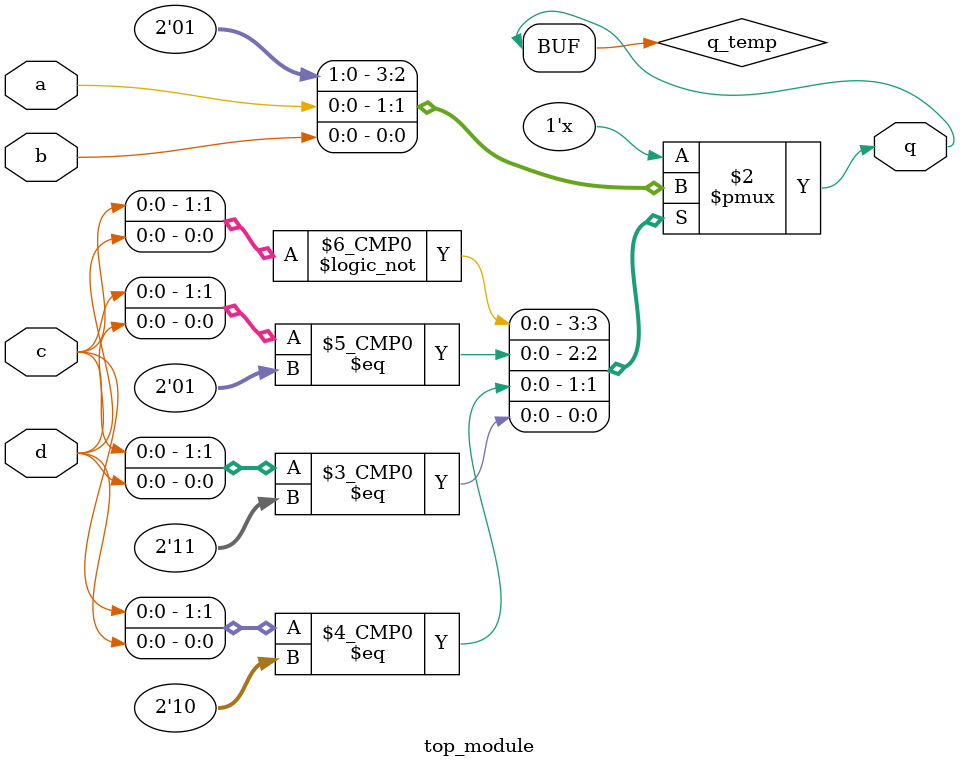
<source format=sv>
module top_module (
    input a,
    input b,
    input c,
    input d,
    output q
);

    reg q_temp;

    always @(*)
    begin
        case ({c, d})
            2'b00: q_temp = 1'b0;
            2'b01: q_temp = 1'b1;
            2'b10: q_temp = a;
            2'b11: q_temp = b;
        endcase
    end

    assign q = q_temp;

endmodule

</source>
